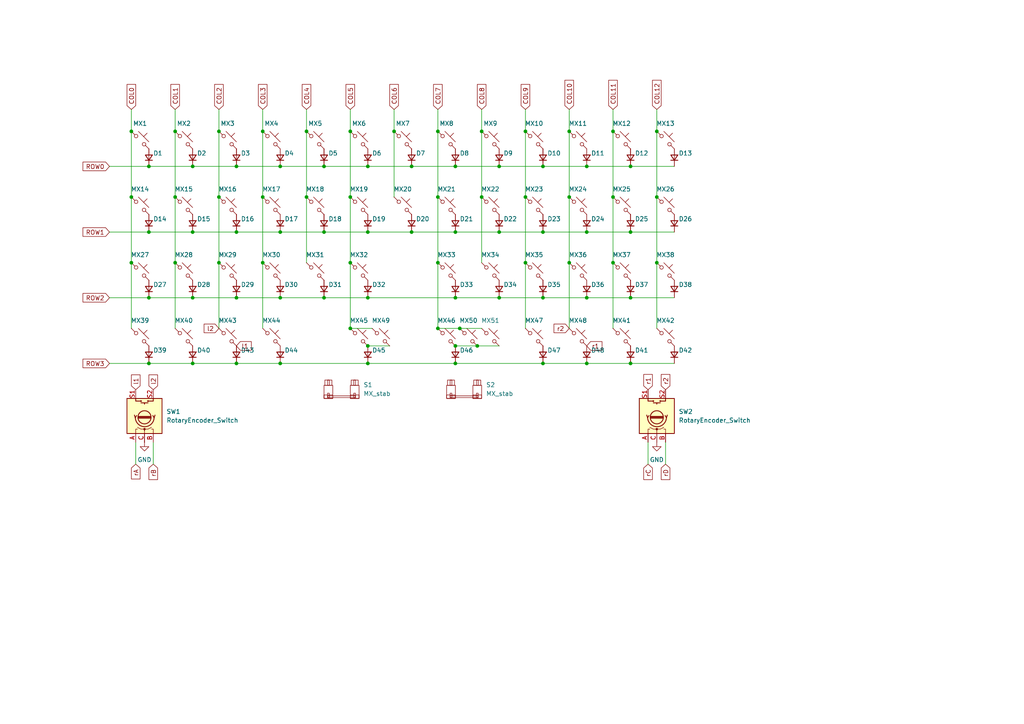
<source format=kicad_sch>
(kicad_sch (version 20231120) (generator "eeschema") (generator_version "8.0")
  (paper "A4")
  (lib_symbols
    (symbol "Device:D_Small" (pin_numbers hide) (pin_names (offset 0.254) hide)
      (property "Reference" "D" (at -1.27 2.032 0))
      (property "Value" "D_Small" (at -3.81 -2.032 0))
      (symbol "D_Small_0_1"
        (polyline (pts (xy -0.762 -1.016) (xy -0.762 1.016)) (stroke (width 0.254)))
        (polyline (pts (xy -0.762 0) (xy 0.762 0)))
        (polyline (pts (xy 0.762 -1.016) (xy -0.762 0) (xy 0.762 1.016) (xy 0.762 -1.016)) (stroke (width 0.254)))
      )
      (symbol "D_Small_1_1"
        (pin passive line (at -2.54 0 0) (length 1.778) (name "K") (number "1"))
        (pin passive line (at 2.54 0 180) (length 1.778) (name "A") (number "2"))
      )
    )
    (symbol "Device:RotaryEncoder_Switch" (pin_names (offset 0.254) hide)
      (property "Reference" "SW" (at 0 6.604 0))
      (property "Value" "RotaryEncoder_Switch" (at 0 -6.604 0))
      (symbol "RotaryEncoder_Switch_0_1"
        (rectangle (start -5.08 5.08) (end 5.08 -5.08) (stroke (width 0.254)) (fill (type background)))
        (circle (center -3.81 0) (radius 0.254) (fill (type outline)))
        (circle (center -0.381 0) (radius 1.905) (stroke (width 0.254)))
        (arc (start -0.381 2.667) (mid -3.0988 -0.0635) (end -0.381 -2.794) (stroke (width 0.254)))
        (polyline (pts (xy -0.635 -1.778) (xy -0.635 1.778)) (stroke (width 0.254)))
        (polyline (pts (xy -0.381 -1.778) (xy -0.381 1.778)) (stroke (width 0.254)))
        (polyline (pts (xy -0.127 1.778) (xy -0.127 -1.778)) (stroke (width 0.254)))
        (polyline (pts (xy 3.81 0) (xy 3.429 0)) (stroke (width 0.254)))
        (polyline (pts (xy 3.81 1.016) (xy 3.81 -1.016)) (stroke (width 0.254)))
        (polyline (pts (xy -5.08 -2.54) (xy -3.81 -2.54) (xy -3.81 -2.032)))
        (polyline (pts (xy -5.08 2.54) (xy -3.81 2.54) (xy -3.81 2.032)))
        (polyline (pts (xy 0.254 -3.048) (xy -0.508 -2.794) (xy 0.127 -2.413)) (stroke (width 0.254)))
        (polyline (pts (xy 0.254 2.921) (xy -0.508 2.667) (xy 0.127 2.286)) (stroke (width 0.254)))
        (polyline (pts (xy 5.08 -2.54) (xy 4.318 -2.54) (xy 4.318 -1.016)) (stroke (width 0.254)))
        (polyline (pts (xy 5.08 2.54) (xy 4.318 2.54) (xy 4.318 1.016)) (stroke (width 0.254)))
        (polyline (pts (xy -5.08 0) (xy -3.81 0) (xy -3.81 -1.016) (xy -3.302 -2.032)))
        (polyline (pts (xy -4.318 0) (xy -3.81 0) (xy -3.81 1.016) (xy -3.302 2.032)))
        (circle (center 4.318 -1.016) (radius 0.127) (stroke (width 0.254)))
        (circle (center 4.318 1.016) (radius 0.127) (stroke (width 0.254)))
      )
      (symbol "RotaryEncoder_Switch_1_1"
        (pin passive line (at -7.62 2.54 0) (length 2.54) (name "A") (number "A"))
        (pin passive line (at -7.62 -2.54 0) (length 2.54) (name "B") (number "B"))
        (pin passive line (at -7.62 0 0) (length 2.54) (name "C") (number "C"))
        (pin passive line (at 7.62 2.54 180) (length 2.54) (name "S1") (number "S1"))
        (pin passive line (at 7.62 -2.54 180) (length 2.54) (name "S2") (number "S2"))
      )
    )
    (symbol "PCM_marbastlib-mx:MX_SW_solder" (pin_numbers hide) (pin_names (offset 1.016) hide)
      (property "Reference" "MX" (at 3.048 1.016 0))
      (property "Value" "MX_SW_solder" (at 0 -3.81 0))
      (symbol "MX_SW_solder_0_1"
        (circle (center -1.1684 1.1684) (radius 0.508))
        (polyline (pts (xy -0.508 2.54) (xy 2.54 -0.508)))
        (polyline (pts (xy 1.016 1.016) (xy 2.032 2.032)))
        (polyline (pts (xy -2.54 2.54) (xy -1.524 1.524) (xy -1.524 1.524)))
        (polyline (pts (xy 1.524 -1.524) (xy 2.54 -2.54) (xy 2.54 -2.54) (xy 2.54 -2.54)))
        (circle (center 1.143 -1.1938) (radius 0.508))
        (pin passive line (at -2.54 2.54 0) (length 0) (name "1") (number "1"))
        (pin passive line (at 2.54 -2.54 180) (length 0) (name "2") (number "2"))
      )
    )
    (symbol "PCM_marbastlib-mx:MX_stab" (pin_names (offset 1.016))
      (property "Reference" "S" (at -5.08 6.35 0))
      (property "Value" "MX_stab" (at -5.08 3.81 0))
      (symbol "MX_stab_0_1"
        (rectangle (start -5.08 -1.524) (end -2.54 -2.54))
        (rectangle (start -5.08 1.27) (end -2.54 -2.54))
        (rectangle (start -4.826 2.794) (end -2.794 1.27))
        (rectangle (start -4.064 -2.286) (end -3.556 -1.016))
        (rectangle (start -4.064 -1.778) (end 4.064 -2.286))
        (rectangle (start -4.064 1.27) (end -3.556 2.794))
        (rectangle (start 2.54 -1.524) (end 5.08 -2.54))
        (rectangle (start 2.54 1.27) (end 5.08 -2.54))
        (rectangle (start 2.794 2.794) (end 4.826 1.27))
        (rectangle (start 3.556 1.27) (end 4.064 2.794))
        (rectangle (start 4.064 -2.286) (end 3.556 -1.016))
      )
    )
    (symbol "power:GND" (power) (pin_numbers hide) (pin_names (offset 0) hide)
      (property "Value" "GND" (at 0 -3.81 0))
      (symbol "GND_0_1"
        (polyline (pts (xy 0 0) (xy 0 -1.27) (xy 1.27 -1.27) (xy 0 -2.54) (xy -1.27 -1.27) (xy 0 -1.27)))
      )
      (symbol "GND_1_1"
        (pin power_in line (at 0 0 270) (length 0) (name "~") (number "1"))
      )
    )
  )
  (junction (at 132.08 67.31))
  (junction (at 50.8 76.2))
  (junction (at 68.58 86.36))
  (junction (at 106.68 67.31))
  (junction (at 119.38 67.31))
  (junction (at 152.4 76.2))
  (junction (at 106.68 100.33))
  (junction (at 182.88 67.31))
  (junction (at 127 95.25))
  (junction (at 170.18 86.36))
  (junction (at 133.35 95.25))
  (junction (at 81.28 86.36))
  (junction (at 76.2 76.2))
  (junction (at 93.98 86.36))
  (junction (at 63.5 57.15))
  (junction (at 63.5 38.1))
  (junction (at 190.5 38.1))
  (junction (at 139.7 57.15))
  (junction (at 68.58 105.41))
  (junction (at 76.2 57.15))
  (junction (at 177.8 76.2))
  (junction (at 93.98 48.26))
  (junction (at 38.1 76.2))
  (junction (at 38.1 38.1))
  (junction (at 55.88 67.31))
  (junction (at 190.5 57.15))
  (junction (at 138.43 100.33))
  (junction (at 101.6 95.25))
  (junction (at 132.08 105.41))
  (junction (at 50.8 38.1))
  (junction (at 38.1 57.15))
  (junction (at 177.8 38.1))
  (junction (at 93.98 67.31))
  (junction (at 81.28 105.41))
  (junction (at 50.8 57.15))
  (junction (at 170.18 105.41))
  (junction (at 43.18 105.41))
  (junction (at 132.08 48.26))
  (junction (at 170.18 67.31))
  (junction (at 119.38 48.26))
  (junction (at 55.88 48.26))
  (junction (at 157.48 105.41))
  (junction (at 157.48 86.36))
  (junction (at 101.6 76.2))
  (junction (at 114.3 38.1))
  (junction (at 190.5 76.2))
  (junction (at 127 57.15))
  (junction (at 170.18 48.26))
  (junction (at 88.9 57.15))
  (junction (at 68.58 48.26))
  (junction (at 63.5 76.2))
  (junction (at 165.1 76.2))
  (junction (at 127 38.1))
  (junction (at 55.88 105.41))
  (junction (at 132.08 86.36))
  (junction (at 81.28 48.26))
  (junction (at 152.4 38.1))
  (junction (at 76.2 38.1))
  (junction (at 106.68 48.26))
  (junction (at 157.48 48.26))
  (junction (at 182.88 86.36))
  (junction (at 182.88 48.26))
  (junction (at 144.78 48.26))
  (junction (at 88.9 38.1))
  (junction (at 43.18 86.36))
  (junction (at 157.48 67.31))
  (junction (at 81.28 67.31))
  (junction (at 101.6 57.15))
  (junction (at 101.6 38.1))
  (junction (at 132.08 100.33))
  (junction (at 182.88 105.41))
  (junction (at 144.78 67.31))
  (junction (at 43.18 67.31))
  (junction (at 177.8 57.15))
  (junction (at 139.7 38.1))
  (junction (at 55.88 86.36))
  (junction (at 68.58 67.31))
  (junction (at 43.18 48.26))
  (junction (at 127 76.2))
  (junction (at 165.1 38.1))
  (junction (at 144.78 86.36))
  (junction (at 152.4 57.15))
  (junction (at 165.1 57.15))
  (junction (at 106.68 86.36))
  (junction (at 106.68 105.41))
  (wire (pts (xy 157.48 48.26) (xy 170.18 48.26)))
  (wire (pts (xy 93.98 86.36) (xy 106.68 86.36)))
  (wire (pts (xy 44.45 134.62) (xy 44.45 128.27)))
  (wire (pts (xy 193.04 134.62) (xy 193.04 128.27)))
  (wire (pts (xy 55.88 48.26) (xy 68.58 48.26)))
  (wire (pts (xy 182.88 86.36) (xy 195.58 86.36)))
  (wire (pts (xy 38.1 57.15) (xy 38.1 76.2)))
  (wire (pts (xy 119.38 48.26) (xy 132.08 48.26)))
  (wire (pts (xy 190.5 76.2) (xy 190.5 95.25)))
  (wire (pts (xy 68.58 86.36) (xy 81.28 86.36)))
  (wire (pts (xy 31.75 105.41) (xy 43.18 105.41)))
  (wire (pts (xy 38.1 38.1) (xy 38.1 57.15)))
  (wire (pts (xy 88.9 31.75) (xy 88.9 38.1)))
  (wire (pts (xy 177.8 38.1) (xy 177.8 57.15)))
  (wire (pts (xy 165.1 76.2) (xy 165.1 95.25)))
  (wire (pts (xy 76.2 31.75) (xy 76.2 38.1)))
  (wire (pts (xy 88.9 57.15) (xy 88.9 76.2)))
  (wire (pts (xy 55.88 105.41) (xy 68.58 105.41)))
  (wire (pts (xy 119.38 67.31) (xy 132.08 67.31)))
  (wire (pts (xy 132.08 86.36) (xy 144.78 86.36)))
  (wire (pts (xy 81.28 48.26) (xy 93.98 48.26)))
  (wire (pts (xy 170.18 48.26) (xy 182.88 48.26)))
  (wire (pts (xy 68.58 67.31) (xy 81.28 67.31)))
  (wire (pts (xy 165.1 57.15) (xy 165.1 76.2)))
  (wire (pts (xy 127 57.15) (xy 127 76.2)))
  (wire (pts (xy 106.68 86.36) (xy 132.08 86.36)))
  (wire (pts (xy 133.35 95.25) (xy 139.7 95.25)))
  (wire (pts (xy 182.88 48.26) (xy 195.58 48.26)))
  (wire (pts (xy 76.2 38.1) (xy 76.2 57.15)))
  (wire (pts (xy 88.9 38.1) (xy 88.9 57.15)))
  (wire (pts (xy 31.75 67.31) (xy 43.18 67.31)))
  (wire (pts (xy 81.28 86.36) (xy 93.98 86.36)))
  (wire (pts (xy 43.18 48.26) (xy 55.88 48.26)))
  (wire (pts (xy 39.37 134.62) (xy 39.37 128.27)))
  (wire (pts (xy 106.68 67.31) (xy 119.38 67.31)))
  (wire (pts (xy 101.6 95.25) (xy 107.95 95.25)))
  (wire (pts (xy 50.8 38.1) (xy 50.8 57.15)))
  (wire (pts (xy 31.75 48.26) (xy 43.18 48.26)))
  (wire (pts (xy 127 95.25) (xy 133.35 95.25)))
  (wire (pts (xy 114.3 31.75) (xy 114.3 38.1)))
  (wire (pts (xy 177.8 31.75) (xy 177.8 38.1)))
  (wire (pts (xy 43.18 67.31) (xy 55.88 67.31)))
  (wire (pts (xy 101.6 76.2) (xy 101.6 95.25)))
  (wire (pts (xy 114.3 38.1) (xy 114.3 57.15)))
  (wire (pts (xy 101.6 31.75) (xy 101.6 38.1)))
  (wire (pts (xy 139.7 57.15) (xy 139.7 76.2)))
  (wire (pts (xy 165.1 31.75) (xy 165.1 38.1)))
  (wire (pts (xy 144.78 86.36) (xy 157.48 86.36)))
  (wire (pts (xy 81.28 67.31) (xy 93.98 67.31)))
  (wire (pts (xy 38.1 76.2) (xy 38.1 95.25)))
  (wire (pts (xy 63.5 57.15) (xy 63.5 76.2)))
  (wire (pts (xy 157.48 86.36) (xy 170.18 86.36)))
  (wire (pts (xy 63.5 76.2) (xy 63.5 95.25)))
  (wire (pts (xy 106.68 48.26) (xy 119.38 48.26)))
  (wire (pts (xy 63.5 38.1) (xy 63.5 57.15)))
  (wire (pts (xy 76.2 57.15) (xy 76.2 76.2)))
  (wire (pts (xy 63.5 31.75) (xy 63.5 38.1)))
  (wire (pts (xy 187.96 134.62) (xy 187.96 128.27)))
  (wire (pts (xy 132.08 48.26) (xy 144.78 48.26)))
  (wire (pts (xy 165.1 38.1) (xy 165.1 57.15)))
  (wire (pts (xy 152.4 31.75) (xy 152.4 38.1)))
  (wire (pts (xy 139.7 38.1) (xy 139.7 57.15)))
  (wire (pts (xy 177.8 57.15) (xy 177.8 76.2)))
  (wire (pts (xy 170.18 105.41) (xy 182.88 105.41)))
  (wire (pts (xy 132.08 100.33) (xy 138.43 100.33)))
  (wire (pts (xy 43.18 86.36) (xy 55.88 86.36)))
  (wire (pts (xy 157.48 105.41) (xy 170.18 105.41)))
  (wire (pts (xy 138.43 100.33) (xy 144.78 100.33)))
  (wire (pts (xy 38.1 31.75) (xy 38.1 38.1)))
  (wire (pts (xy 152.4 38.1) (xy 152.4 57.15)))
  (wire (pts (xy 127 38.1) (xy 127 57.15)))
  (wire (pts (xy 190.5 38.1) (xy 190.5 57.15)))
  (wire (pts (xy 132.08 67.31) (xy 144.78 67.31)))
  (wire (pts (xy 157.48 67.31) (xy 170.18 67.31)))
  (wire (pts (xy 93.98 67.31) (xy 106.68 67.31)))
  (wire (pts (xy 127 76.2) (xy 127 95.25)))
  (wire (pts (xy 132.08 105.41) (xy 157.48 105.41)))
  (wire (pts (xy 68.58 105.41) (xy 81.28 105.41)))
  (wire (pts (xy 152.4 57.15) (xy 152.4 76.2)))
  (wire (pts (xy 106.68 105.41) (xy 132.08 105.41)))
  (wire (pts (xy 43.18 105.41) (xy 55.88 105.41)))
  (wire (pts (xy 190.5 31.75) (xy 190.5 38.1)))
  (wire (pts (xy 190.5 57.15) (xy 190.5 76.2)))
  (wire (pts (xy 152.4 76.2) (xy 152.4 95.25)))
  (wire (pts (xy 55.88 86.36) (xy 68.58 86.36)))
  (wire (pts (xy 101.6 57.15) (xy 101.6 76.2)))
  (wire (pts (xy 127 31.75) (xy 127 38.1)))
  (wire (pts (xy 144.78 48.26) (xy 157.48 48.26)))
  (wire (pts (xy 144.78 67.31) (xy 157.48 67.31)))
  (wire (pts (xy 106.68 100.33) (xy 113.03 100.33)))
  (wire (pts (xy 182.88 67.31) (xy 195.58 67.31)))
  (wire (pts (xy 31.75 86.36) (xy 43.18 86.36)))
  (wire (pts (xy 55.88 67.31) (xy 68.58 67.31)))
  (wire (pts (xy 170.18 67.31) (xy 182.88 67.31)))
  (wire (pts (xy 101.6 38.1) (xy 101.6 57.15)))
  (wire (pts (xy 50.8 76.2) (xy 50.8 95.25)))
  (wire (pts (xy 182.88 105.41) (xy 195.58 105.41)))
  (wire (pts (xy 76.2 76.2) (xy 76.2 95.25)))
  (wire (pts (xy 170.18 86.36) (xy 182.88 86.36)))
  (wire (pts (xy 68.58 48.26) (xy 81.28 48.26)))
  (wire (pts (xy 50.8 57.15) (xy 50.8 76.2)))
  (wire (pts (xy 81.28 105.41) (xy 106.68 105.41)))
  (wire (pts (xy 139.7 31.75) (xy 139.7 38.1)))
  (wire (pts (xy 177.8 76.2) (xy 177.8 95.25)))
  (wire (pts (xy 93.98 48.26) (xy 106.68 48.26)))
  (wire (pts (xy 50.8 31.75) (xy 50.8 38.1)))
  (global_label "l2" (shape input) (at 44.45 113.03 90) (property "Intersheetrefs" "${INTERSHEET_REFS}" (effects (hide yes))))
  (global_label "ROW0" (shape input) (at 31.75 48.26 180) (property "Intersheetrefs" "${INTERSHEET_REFS}" (effects (hide yes))))
  (global_label "rD" (shape input) (at 193.04 134.62 270) (property "Intersheetrefs" "${INTERSHEET_REFS}" (effects (hide yes))))
  (global_label "COL9" (shape input) (at 152.4 31.75 90) (property "Intersheetrefs" "${INTERSHEET_REFS}" (effects (hide yes))))
  (global_label "l1" (shape input) (at 39.37 113.03 90) (property "Intersheetrefs" "${INTERSHEET_REFS}" (effects (hide yes))))
  (global_label "COL6" (shape input) (at 114.3 31.75 90) (property "Intersheetrefs" "${INTERSHEET_REFS}" (effects (hide yes))))
  (global_label "COL10" (shape input) (at 165.1 31.75 90) (property "Intersheetrefs" "${INTERSHEET_REFS}" (effects (hide yes))))
  (global_label "COL11" (shape input) (at 177.8 31.75 90) (property "Intersheetrefs" "${INTERSHEET_REFS}" (effects (hide yes))))
  (global_label "COL1" (shape input) (at 50.8 31.75 90) (property "Intersheetrefs" "${INTERSHEET_REFS}" (effects (hide yes))))
  (global_label "COL5" (shape input) (at 101.6 31.75 90) (property "Intersheetrefs" "${INTERSHEET_REFS}" (effects (hide yes))))
  (global_label "COL4" (shape input) (at 88.9 31.75 90) (property "Intersheetrefs" "${INTERSHEET_REFS}" (effects (hide yes))))
  (global_label "r1" (shape input) (at 187.96 113.03 90) (property "Intersheetrefs" "${INTERSHEET_REFS}" (effects (hide yes))))
  (global_label "rA" (shape input) (at 39.37 134.62 270) (property "Intersheetrefs" "${INTERSHEET_REFS}" (effects (hide yes))))
  (global_label "ROW3" (shape input) (at 31.75 105.41 180) (property "Intersheetrefs" "${INTERSHEET_REFS}" (effects (hide yes))))
  (global_label "COL3" (shape input) (at 76.2 31.75 90) (property "Intersheetrefs" "${INTERSHEET_REFS}" (effects (hide yes))))
  (global_label "ROW2" (shape input) (at 31.75 86.36 180) (property "Intersheetrefs" "${INTERSHEET_REFS}" (effects (hide yes))))
  (global_label "ROW1" (shape input) (at 31.75 67.31 180) (property "Intersheetrefs" "${INTERSHEET_REFS}" (effects (hide yes))))
  (global_label "r1" (shape input) (at 170.18 100.33 0) (property "Intersheetrefs" "${INTERSHEET_REFS}" (effects (hide yes))))
  (global_label "COL12" (shape input) (at 190.5 31.75 90) (property "Intersheetrefs" "${INTERSHEET_REFS}" (effects (hide yes))))
  (global_label "r2" (shape input) (at 193.04 113.03 90) (property "Intersheetrefs" "${INTERSHEET_REFS}" (effects (hide yes))))
  (global_label "r2" (shape input) (at 165.1 95.25 180) (property "Intersheetrefs" "${INTERSHEET_REFS}" (effects (hide yes))))
  (global_label "COL7" (shape input) (at 127 31.75 90) (property "Intersheetrefs" "${INTERSHEET_REFS}" (effects (hide yes))))
  (global_label "COL2" (shape input) (at 63.5 31.75 90) (property "Intersheetrefs" "${INTERSHEET_REFS}" (effects (hide yes))))
  (global_label "rC" (shape input) (at 187.96 134.62 270) (property "Intersheetrefs" "${INTERSHEET_REFS}" (effects (hide yes))))
  (global_label "l1" (shape input) (at 68.58 100.33 0) (property "Intersheetrefs" "${INTERSHEET_REFS}" (effects (hide yes))))
  (global_label "COL0" (shape input) (at 38.1 31.75 90) (property "Intersheetrefs" "${INTERSHEET_REFS}" (effects (hide yes))))
  (global_label "rB" (shape input) (at 44.45 134.62 270) (property "Intersheetrefs" "${INTERSHEET_REFS}" (effects (hide yes))))
  (global_label "COL8" (shape input) (at 139.7 31.75 90) (property "Intersheetrefs" "${INTERSHEET_REFS}" (effects (hide yes))))
  (global_label "l2" (shape input) (at 63.5 95.25 180) (property "Intersheetrefs" "${INTERSHEET_REFS}" (effects (hide yes))))
  (symbol (lib_id "PCM_marbastlib-mx:MX_SW_solder") (at 78.74 78.74 0) (unit 1)
    (property "Reference" "MX30" (at 78.74 73.914 0))
    (property "Value" "MX_SW_solder" (effects (hide yes)))
    (property "Footprint" "PCM_marbastlib-mx:SW_MX_1u" (effects (hide yes)))
    (property "Description" "Push button switch, normally open, two pins, 45° tilted" (effects (hide yes)))
  )
  (symbol (lib_id "Device:D_Small") (at 144.78 45.72 90) (unit 1)
    (property "Reference" "D9" (at 146.05 44.45 90) (effects (justify right)))
    (property "Value" "D_Small" (effects (hide yes)))
    (property "Footprint" "Diode_SMD:D_SOD-123F" (effects (hide yes)))
    (property "Description" "Diode, small symbol" (effects (hide yes)))
    (property "Sim.Device" "D" (effects (hide yes)))
    (property "Sim.Pins" "1=K 2=A" (effects (hide yes)))
  )
  (symbol (lib_id "PCM_marbastlib-mx:MX_SW_solder") (at 167.64 78.74 0) (unit 1)
    (property "Reference" "MX36" (at 167.64 73.914 0))
    (property "Value" "MX_SW_solder" (effects (hide yes)))
    (property "Footprint" "PCM_marbastlib-mx:SW_MX_1u" (effects (hide yes)))
    (property "Description" "Push button switch, normally open, two pins, 45° tilted" (effects (hide yes)))
  )
  (symbol (lib_id "PCM_marbastlib-mx:MX_SW_solder") (at 66.04 40.64 0) (unit 1)
    (property "Reference" "MX3" (at 66.04 35.814 0))
    (property "Value" "MX_SW_solder" (effects (hide yes)))
    (property "Footprint" "PCM_marbastlib-mx:SW_MX_1u" (effects (hide yes)))
    (property "Description" "Push button switch, normally open, two pins, 45° tilted" (effects (hide yes)))
  )
  (symbol (lib_id "PCM_marbastlib-mx:MX_SW_solder") (at 91.44 59.69 0) (unit 1)
    (property "Reference" "MX18" (at 91.44 54.864 0))
    (property "Value" "MX_SW_solder" (effects (hide yes)))
    (property "Footprint" "PCM_marbastlib-mx:SW_MX_1u" (effects (hide yes)))
    (property "Description" "Push button switch, normally open, two pins, 45° tilted" (effects (hide yes)))
  )
  (symbol (lib_id "PCM_marbastlib-mx:MX_SW_solder") (at 154.94 78.74 0) (unit 1)
    (property "Reference" "MX35" (at 154.94 73.914 0))
    (property "Value" "MX_SW_solder" (effects (hide yes)))
    (property "Footprint" "PCM_marbastlib-mx:SW_MX_1u" (effects (hide yes)))
    (property "Description" "Push button switch, normally open, two pins, 45° tilted" (effects (hide yes)))
  )
  (symbol (lib_id "Device:D_Small") (at 144.78 64.77 90) (unit 1)
    (property "Reference" "D22" (at 146.05 63.5 90) (effects (justify right)))
    (property "Value" "D_Small" (effects (hide yes)))
    (property "Footprint" "Diode_SMD:D_SOD-123F" (effects (hide yes)))
    (property "Description" "Diode, small symbol" (effects (hide yes)))
    (property "Sim.Device" "D" (effects (hide yes)))
    (property "Sim.Pins" "1=K 2=A" (effects (hide yes)))
  )
  (symbol (lib_id "Device:D_Small") (at 55.88 83.82 90) (unit 1)
    (property "Reference" "D28" (at 57.15 82.55 90) (effects (justify right)))
    (property "Value" "D_Small" (effects (hide yes)))
    (property "Footprint" "Diode_SMD:D_SOD-123F" (effects (hide yes)))
    (property "Description" "Diode, small symbol" (effects (hide yes)))
    (property "Sim.Device" "D" (effects (hide yes)))
    (property "Sim.Pins" "1=K 2=A" (effects (hide yes)))
  )
  (symbol (lib_id "PCM_marbastlib-mx:MX_SW_solder") (at 129.54 59.69 0) (unit 1)
    (property "Reference" "MX21" (at 129.54 54.864 0))
    (property "Value" "MX_SW_solder" (effects (hide yes)))
    (property "Footprint" "PCM_marbastlib-mx:SW_MX_1u" (effects (hide yes)))
    (property "Description" "Push button switch, normally open, two pins, 45° tilted" (effects (hide yes)))
  )
  (symbol (lib_id "PCM_marbastlib-mx:MX_SW_solder") (at 142.24 40.64 0) (unit 1)
    (property "Reference" "MX9" (at 142.24 35.814 0))
    (property "Value" "MX_SW_solder" (effects (hide yes)))
    (property "Footprint" "PCM_marbastlib-mx:SW_MX_1u" (effects (hide yes)))
    (property "Description" "Push button switch, normally open, two pins, 45° tilted" (effects (hide yes)))
  )
  (symbol (lib_id "PCM_marbastlib-mx:MX_SW_solder") (at 104.14 59.69 0) (unit 1)
    (property "Reference" "MX19" (at 104.14 54.864 0))
    (property "Value" "MX_SW_solder" (effects (hide yes)))
    (property "Footprint" "PCM_marbastlib-mx:SW_MX_1u" (effects (hide yes)))
    (property "Description" "Push button switch, normally open, two pins, 45° tilted" (effects (hide yes)))
  )
  (symbol (lib_id "PCM_marbastlib-mx:MX_SW_solder") (at 193.04 97.79 0) (unit 1)
    (property "Reference" "MX42" (at 193.04 92.964 0))
    (property "Value" "MX_SW_solder" (effects (hide yes)))
    (property "Footprint" "PCM_marbastlib-mx:SW_MX_1u" (effects (hide yes)))
    (property "Description" "Push button switch, normally open, two pins, 45° tilted" (effects (hide yes)))
  )
  (symbol (lib_id "PCM_marbastlib-mx:MX_SW_solder") (at 142.24 97.79 0) (unit 1)
    (property "Reference" "MX51" (at 142.24 92.964 0))
    (property "Value" "MX_SW_solder" (effects (hide yes)))
    (property "Footprint" "PCM_marbastlib-mx:SW_MX_1u" (effects (hide yes)))
    (property "Description" "Push button switch, normally open, two pins, 45° tilted" (effects (hide yes)))
  )
  (symbol (lib_id "Device:D_Small") (at 93.98 83.82 90) (unit 1)
    (property "Reference" "D31" (at 95.25 82.55 90) (effects (justify right)))
    (property "Value" "D_Small" (effects (hide yes)))
    (property "Footprint" "Diode_SMD:D_SOD-123F" (effects (hide yes)))
    (property "Description" "Diode, small symbol" (effects (hide yes)))
    (property "Sim.Device" "D" (effects (hide yes)))
    (property "Sim.Pins" "1=K 2=A" (effects (hide yes)))
  )
  (symbol (lib_id "Device:D_Small") (at 170.18 83.82 90) (unit 1)
    (property "Reference" "D36" (at 171.45 82.55 90) (effects (justify right)))
    (property "Value" "D_Small" (effects (hide yes)))
    (property "Footprint" "Diode_SMD:D_SOD-123F" (effects (hide yes)))
    (property "Description" "Diode, small symbol" (effects (hide yes)))
    (property "Sim.Device" "D" (effects (hide yes)))
    (property "Sim.Pins" "1=K 2=A" (effects (hide yes)))
  )
  (symbol (lib_id "PCM_marbastlib-mx:MX_SW_solder") (at 40.64 40.64 0) (unit 1)
    (property "Reference" "MX1" (at 40.64 35.814 0))
    (property "Value" "MX_SW_solder" (effects (hide yes)))
    (property "Footprint" "PCM_marbastlib-mx:SW_MX_1u" (effects (hide yes)))
    (property "Description" "Push button switch, normally open, two pins, 45° tilted" (effects (hide yes)))
  )
  (symbol (lib_id "Device:D_Small") (at 132.08 83.82 90) (unit 1)
    (property "Reference" "D33" (at 133.35 82.55 90) (effects (justify right)))
    (property "Value" "D_Small" (effects (hide yes)))
    (property "Footprint" "Diode_SMD:D_SOD-123F" (effects (hide yes)))
    (property "Description" "Diode, small symbol" (effects (hide yes)))
    (property "Sim.Device" "D" (effects (hide yes)))
    (property "Sim.Pins" "1=K 2=A" (effects (hide yes)))
  )
  (symbol (lib_id "PCM_marbastlib-mx:MX_SW_solder") (at 116.84 59.69 0) (unit 1)
    (property "Reference" "MX20" (at 116.84 54.864 0))
    (property "Value" "MX_SW_solder" (effects (hide yes)))
    (property "Footprint" "PCM_marbastlib-mx:SW_MX_1u" (effects (hide yes)))
    (property "Description" "Push button switch, normally open, two pins, 45° tilted" (effects (hide yes)))
  )
  (symbol (lib_id "Device:D_Small") (at 43.18 64.77 90) (unit 1)
    (property "Reference" "D14" (at 44.45 63.5 90) (effects (justify right)))
    (property "Value" "D_Small" (effects (hide yes)))
    (property "Footprint" "Diode_SMD:D_SOD-123F" (effects (hide yes)))
    (property "Description" "Diode, small symbol" (effects (hide yes)))
    (property "Sim.Device" "D" (effects (hide yes)))
    (property "Sim.Pins" "1=K 2=A" (effects (hide yes)))
  )
  (symbol (lib_id "Device:D_Small") (at 132.08 45.72 90) (unit 1)
    (property "Reference" "D8" (at 133.35 44.45 90) (effects (justify right)))
    (property "Value" "D_Small" (effects (hide yes)))
    (property "Footprint" "Diode_SMD:D_SOD-123F" (effects (hide yes)))
    (property "Description" "Diode, small symbol" (effects (hide yes)))
    (property "Sim.Device" "D" (effects (hide yes)))
    (property "Sim.Pins" "1=K 2=A" (effects (hide yes)))
  )
  (symbol (lib_id "PCM_marbastlib-mx:MX_stab") (at 134.62 113.03 0) (unit 1)
    (property "Reference" "S2" (at 140.97 111.6329 0) (effects (justify left)))
    (property "Value" "MX_stab" (at 140.97 114.1729 0) (effects (justify left)))
    (property "Footprint" "PCM_marbastlib-mx:STAB_MX_P_3u" (effects (hide yes)))
    (property "Description" "Cherry MX-style stabilizer" (effects (hide yes)))
  )
  (symbol (lib_id "Device:D_Small") (at 81.28 64.77 90) (unit 1)
    (property "Reference" "D17" (at 82.55 63.5 90) (effects (justify right)))
    (property "Value" "D_Small" (effects (hide yes)))
    (property "Footprint" "Diode_SMD:D_SOD-123F" (effects (hide yes)))
    (property "Description" "Diode, small symbol" (effects (hide yes)))
    (property "Sim.Device" "D" (effects (hide yes)))
    (property "Sim.Pins" "1=K 2=A" (effects (hide yes)))
  )
  (symbol (lib_id "Device:D_Small") (at 170.18 45.72 90) (unit 1)
    (property "Reference" "D11" (at 171.45 44.45 90) (effects (justify right)))
    (property "Value" "D_Small" (effects (hide yes)))
    (property "Footprint" "Diode_SMD:D_SOD-123F" (effects (hide yes)))
    (property "Description" "Diode, small symbol" (effects (hide yes)))
    (property "Sim.Device" "D" (effects (hide yes)))
    (property "Sim.Pins" "1=K 2=A" (effects (hide yes)))
  )
  (symbol (lib_id "PCM_marbastlib-mx:MX_SW_solder") (at 78.74 40.64 0) (unit 1)
    (property "Reference" "MX4" (at 78.74 35.814 0))
    (property "Value" "MX_SW_solder" (effects (hide yes)))
    (property "Footprint" "PCM_marbastlib-mx:SW_MX_1u" (effects (hide yes)))
    (property "Description" "Push button switch, normally open, two pins, 45° tilted" (effects (hide yes)))
  )
  (symbol (lib_id "Device:D_Small") (at 182.88 45.72 90) (unit 1)
    (property "Reference" "D12" (at 184.15 44.45 90) (effects (justify right)))
    (property "Value" "D_Small" (effects (hide yes)))
    (property "Footprint" "Diode_SMD:D_SOD-123F" (effects (hide yes)))
    (property "Description" "Diode, small symbol" (effects (hide yes)))
    (property "Sim.Device" "D" (effects (hide yes)))
    (property "Sim.Pins" "1=K 2=A" (effects (hide yes)))
  )
  (symbol (lib_id "PCM_marbastlib-mx:MX_SW_solder") (at 180.34 40.64 0) (unit 1)
    (property "Reference" "MX12" (at 180.34 35.814 0))
    (property "Value" "MX_SW_solder" (effects (hide yes)))
    (property "Footprint" "PCM_marbastlib-mx:SW_MX_1u" (effects (hide yes)))
    (property "Description" "Push button switch, normally open, two pins, 45° tilted" (effects (hide yes)))
  )
  (symbol (lib_id "Device:D_Small") (at 195.58 45.72 90) (unit 1)
    (property "Reference" "D13" (at 196.85 44.45 90) (effects (justify right)))
    (property "Value" "D_Small" (effects (hide yes)))
    (property "Footprint" "Diode_SMD:D_SOD-123F" (effects (hide yes)))
    (property "Description" "Diode, small symbol" (effects (hide yes)))
    (property "Sim.Device" "D" (effects (hide yes)))
    (property "Sim.Pins" "1=K 2=A" (effects (hide yes)))
  )
  (symbol (lib_id "PCM_marbastlib-mx:MX_SW_solder") (at 167.64 97.79 0) (unit 1)
    (property "Reference" "MX48" (at 167.64 92.964 0))
    (property "Value" "MX_SW_solder" (effects (hide yes)))
    (property "Footprint" "PCM_marbastlib-mx:SW_MX_1u" (effects (hide yes)))
    (property "Description" "Push button switch, normally open, two pins, 45° tilted" (effects (hide yes)))
  )
  (symbol (lib_id "PCM_marbastlib-mx:MX_SW_solder") (at 91.44 78.74 0) (unit 1)
    (property "Reference" "MX31" (at 91.44 73.914 0))
    (property "Value" "MX_SW_solder" (effects (hide yes)))
    (property "Footprint" "PCM_marbastlib-mx:SW_MX_1u" (effects (hide yes)))
    (property "Description" "Push button switch, normally open, two pins, 45° tilted" (effects (hide yes)))
  )
  (symbol (lib_id "Device:RotaryEncoder_Switch") (at 41.91 120.65 90) (unit 1)
    (property "Reference" "SW1" (at 48.26 119.3799 90) (effects (justify right)))
    (property "Value" "RotaryEncoder_Switch" (at 48.26 121.9199 90) (effects (justify right)))
    (property "Footprint" "PCM_marbastlib-various:ROT_Alps_EC11E-Switch" (effects (hide yes)))
    (property "Description" "Rotary encoder, dual channel, incremental quadrate outputs, with switch" (effects (hide yes)))
  )
  (symbol (lib_id "PCM_marbastlib-mx:MX_SW_solder") (at 167.64 40.64 0) (unit 1)
    (property "Reference" "MX11" (at 167.64 35.814 0))
    (property "Value" "MX_SW_solder" (effects (hide yes)))
    (property "Footprint" "PCM_marbastlib-mx:SW_MX_1u" (effects (hide yes)))
    (property "Description" "Push button switch, normally open, two pins, 45° tilted" (effects (hide yes)))
  )
  (symbol (lib_id "Device:D_Small") (at 81.28 45.72 90) (unit 1)
    (property "Reference" "D4" (at 82.55 44.45 90) (effects (justify right)))
    (property "Value" "D_Small" (effects (hide yes)))
    (property "Footprint" "Diode_SMD:D_SOD-123F" (effects (hide yes)))
    (property "Description" "Diode, small symbol" (effects (hide yes)))
    (property "Sim.Device" "D" (effects (hide yes)))
    (property "Sim.Pins" "1=K 2=A" (effects (hide yes)))
  )
  (symbol (lib_id "Device:D_Small") (at 68.58 102.87 90) (unit 1)
    (property "Reference" "D43" (at 69.85 101.6 90) (effects (justify right)))
    (property "Value" "D_Small" (effects (hide yes)))
    (property "Footprint" "Diode_SMD:D_SOD-123F" (effects (hide yes)))
    (property "Description" "Diode, small symbol" (effects (hide yes)))
    (property "Sim.Device" "D" (effects (hide yes)))
    (property "Sim.Pins" "1=K 2=A" (effects (hide yes)))
  )
  (symbol (lib_id "PCM_marbastlib-mx:MX_SW_solder") (at 40.64 97.79 0) (unit 1)
    (property "Reference" "MX39" (at 40.64 92.964 0))
    (property "Value" "MX_SW_solder" (effects (hide yes)))
    (property "Footprint" "PCM_marbastlib-mx:SW_MX_1u" (effects (hide yes)))
    (property "Description" "Push button switch, normally open, two pins, 45° tilted" (effects (hide yes)))
  )
  (symbol (lib_id "Device:D_Small") (at 119.38 64.77 90) (unit 1)
    (property "Reference" "D20" (at 120.65 63.5 90) (effects (justify right)))
    (property "Value" "D_Small" (effects (hide yes)))
    (property "Footprint" "Diode_SMD:D_SOD-123F" (effects (hide yes)))
    (property "Description" "Diode, small symbol" (effects (hide yes)))
    (property "Sim.Device" "D" (effects (hide yes)))
    (property "Sim.Pins" "1=K 2=A" (effects (hide yes)))
  )
  (symbol (lib_id "PCM_marbastlib-mx:MX_SW_solder") (at 104.14 97.79 0) (unit 1)
    (property "Reference" "MX45" (at 104.14 92.964 0))
    (property "Value" "MX_SW_solder" (effects (hide yes)))
    (property "Footprint" "PCM_marbastlib-mx:SW_MX_1.75u" (effects (hide yes)))
    (property "Description" "Push button switch, normally open, two pins, 45° tilted" (effects (hide yes)))
  )
  (symbol (lib_id "Device:D_Small") (at 68.58 83.82 90) (unit 1)
    (property "Reference" "D29" (at 69.85 82.55 90) (effects (justify right)))
    (property "Value" "D_Small" (effects (hide yes)))
    (property "Footprint" "Diode_SMD:D_SOD-123F" (effects (hide yes)))
    (property "Description" "Diode, small symbol" (effects (hide yes)))
    (property "Sim.Device" "D" (effects (hide yes)))
    (property "Sim.Pins" "1=K 2=A" (effects (hide yes)))
  )
  (symbol (lib_id "Device:D_Small") (at 106.68 102.87 90) (unit 1)
    (property "Reference" "D45" (at 107.95 101.6 90) (effects (justify right)))
    (property "Value" "D_Small" (effects (hide yes)))
    (property "Footprint" "Diode_SMD:D_SOD-123F" (effects (hide yes)))
    (property "Description" "Diode, small symbol" (effects (hide yes)))
    (property "Sim.Device" "D" (effects (hide yes)))
    (property "Sim.Pins" "1=K 2=A" (effects (hide yes)))
  )
  (symbol (lib_id "Device:D_Small") (at 81.28 102.87 90) (unit 1)
    (property "Reference" "D44" (at 82.55 101.6 90) (effects (justify right)))
    (property "Value" "D_Small" (effects (hide yes)))
    (property "Footprint" "Diode_SMD:D_SOD-123F" (effects (hide yes)))
    (property "Description" "Diode, small symbol" (effects (hide yes)))
    (property "Sim.Device" "D" (effects (hide yes)))
    (property "Sim.Pins" "1=K 2=A" (effects (hide yes)))
  )
  (symbol (lib_id "Device:D_Small") (at 106.68 83.82 90) (unit 1)
    (property "Reference" "D32" (at 107.95 82.55 90) (effects (justify right)))
    (property "Value" "D_Small" (effects (hide yes)))
    (property "Footprint" "Diode_SMD:D_SOD-123F" (effects (hide yes)))
    (property "Description" "Diode, small symbol" (effects (hide yes)))
    (property "Sim.Device" "D" (effects (hide yes)))
    (property "Sim.Pins" "1=K 2=A" (effects (hide yes)))
  )
  (symbol (lib_id "PCM_marbastlib-mx:MX_SW_solder") (at 53.34 59.69 0) (unit 1)
    (property "Reference" "MX15" (at 53.34 54.864 0))
    (property "Value" "MX_SW_solder" (effects (hide yes)))
    (property "Footprint" "PCM_marbastlib-mx:SW_MX_1u" (effects (hide yes)))
    (property "Description" "Push button switch, normally open, two pins, 45° tilted" (effects (hide yes)))
  )
  (symbol (lib_id "power:GND") (at 190.5 128.27 0) (unit 1)
    (property "Reference" "#PWR02" (effects (hide yes)))
    (property "Value" "GND" (at 190.5 133.35 0))
    (property "Description" "Power symbol creates a global label with name \"GND\" , ground" (effects (hide yes)))
  )
  (symbol (lib_id "Device:D_Small") (at 55.88 102.87 90) (unit 1)
    (property "Reference" "D40" (at 57.15 101.6 90) (effects (justify right)))
    (property "Value" "D_Small" (effects (hide yes)))
    (property "Footprint" "Diode_SMD:D_SOD-123F" (effects (hide yes)))
    (property "Description" "Diode, small symbol" (effects (hide yes)))
    (property "Sim.Device" "D" (effects (hide yes)))
    (property "Sim.Pins" "1=K 2=A" (effects (hide yes)))
  )
  (symbol (lib_id "PCM_marbastlib-mx:MX_SW_solder") (at 104.14 40.64 0) (unit 1)
    (property "Reference" "MX6" (at 104.14 35.814 0))
    (property "Value" "MX_SW_solder" (effects (hide yes)))
    (property "Footprint" "PCM_marbastlib-mx:SW_MX_1u" (effects (hide yes)))
    (property "Description" "Push button switch, normally open, two pins, 45° tilted" (effects (hide yes)))
  )
  (symbol (lib_id "PCM_marbastlib-mx:MX_SW_solder") (at 66.04 59.69 0) (unit 1)
    (property "Reference" "MX16" (at 66.04 54.864 0))
    (property "Value" "MX_SW_solder" (effects (hide yes)))
    (property "Footprint" "PCM_marbastlib-mx:SW_MX_1u" (effects (hide yes)))
    (property "Description" "Push button switch, normally open, two pins, 45° tilted" (effects (hide yes)))
  )
  (symbol (lib_id "Device:D_Small") (at 106.68 64.77 90) (unit 1)
    (property "Reference" "D19" (at 107.95 63.5 90) (effects (justify right)))
    (property "Value" "D_Small" (effects (hide yes)))
    (property "Footprint" "Diode_SMD:D_SOD-123F" (effects (hide yes)))
    (property "Description" "Diode, small symbol" (effects (hide yes)))
    (property "Sim.Device" "D" (effects (hide yes)))
    (property "Sim.Pins" "1=K 2=A" (effects (hide yes)))
  )
  (symbol (lib_id "Device:D_Small") (at 132.08 102.87 90) (unit 1)
    (property "Reference" "D46" (at 133.35 101.6 90) (effects (justify right)))
    (property "Value" "D_Small" (effects (hide yes)))
    (property "Footprint" "Diode_SMD:D_SOD-123F" (effects (hide yes)))
    (property "Description" "Diode, small symbol" (effects (hide yes)))
    (property "Sim.Device" "D" (effects (hide yes)))
    (property "Sim.Pins" "1=K 2=A" (effects (hide yes)))
  )
  (symbol (lib_id "Device:D_Small") (at 55.88 64.77 90) (unit 1)
    (property "Reference" "D15" (at 57.15 63.5 90) (effects (justify right)))
    (property "Value" "D_Small" (effects (hide yes)))
    (property "Footprint" "Diode_SMD:D_SOD-123F" (effects (hide yes)))
    (property "Description" "Diode, small symbol" (effects (hide yes)))
    (property "Sim.Device" "D" (effects (hide yes)))
    (property "Sim.Pins" "1=K 2=A" (effects (hide yes)))
  )
  (symbol (lib_id "Device:D_Small") (at 43.18 45.72 90) (unit 1)
    (property "Reference" "D1" (at 44.45 44.45 90) (effects (justify right)))
    (property "Value" "D_Small" (effects (hide yes)))
    (property "Footprint" "Diode_SMD:D_SOD-123F" (effects (hide yes)))
    (property "Description" "Diode, small symbol" (effects (hide yes)))
    (property "Sim.Device" "D" (effects (hide yes)))
    (property "Sim.Pins" "1=K 2=A" (effects (hide yes)))
  )
  (symbol (lib_id "PCM_marbastlib-mx:MX_SW_solder") (at 53.34 40.64 0) (unit 1)
    (property "Reference" "MX2" (at 53.34 35.814 0))
    (property "Value" "MX_SW_solder" (effects (hide yes)))
    (property "Footprint" "PCM_marbastlib-mx:SW_MX_1u" (effects (hide yes)))
    (property "Description" "Push button switch, normally open, two pins, 45° tilted" (effects (hide yes)))
  )
  (symbol (lib_id "PCM_marbastlib-mx:MX_SW_solder") (at 78.74 59.69 0) (unit 1)
    (property "Reference" "MX17" (at 78.74 54.864 0))
    (property "Value" "MX_SW_solder" (effects (hide yes)))
    (property "Footprint" "PCM_marbastlib-mx:SW_MX_1u" (effects (hide yes)))
    (property "Description" "Push button switch, normally open, two pins, 45° tilted" (effects (hide yes)))
  )
  (symbol (lib_id "PCM_marbastlib-mx:MX_SW_solder") (at 193.04 78.74 0) (unit 1)
    (property "Reference" "MX38" (at 193.04 73.914 0))
    (property "Value" "MX_SW_solder" (effects (hide yes)))
    (property "Footprint" "PCM_marbastlib-mx:SW_MX_1.5u" (effects (hide yes)))
    (property "Description" "Push button switch, normally open, two pins, 45° tilted" (effects (hide yes)))
  )
  (symbol (lib_id "Device:D_Small") (at 170.18 102.87 90) (unit 1)
    (property "Reference" "D48" (at 171.45 101.6 90) (effects (justify right)))
    (property "Value" "D_Small" (effects (hide yes)))
    (property "Footprint" "Diode_SMD:D_SOD-123F" (effects (hide yes)))
    (property "Description" "Diode, small symbol" (effects (hide yes)))
    (property "Sim.Device" "D" (effects (hide yes)))
    (property "Sim.Pins" "1=K 2=A" (effects (hide yes)))
  )
  (symbol (lib_id "Device:D_Small") (at 182.88 102.87 90) (unit 1)
    (property "Reference" "D41" (at 184.15 101.6 90) (effects (justify right)))
    (property "Value" "D_Small" (effects (hide yes)))
    (property "Footprint" "Diode_SMD:D_SOD-123F" (effects (hide yes)))
    (property "Description" "Diode, small symbol" (effects (hide yes)))
    (property "Sim.Device" "D" (effects (hide yes)))
    (property "Sim.Pins" "1=K 2=A" (effects (hide yes)))
  )
  (symbol (lib_id "PCM_marbastlib-mx:MX_SW_solder") (at 142.24 59.69 0) (unit 1)
    (property "Reference" "MX22" (at 142.24 54.864 0))
    (property "Value" "MX_SW_solder" (effects (hide yes)))
    (property "Footprint" "PCM_marbastlib-mx:SW_MX_1u" (effects (hide yes)))
    (property "Description" "Push button switch, normally open, two pins, 45° tilted" (effects (hide yes)))
  )
  (symbol (lib_id "Device:D_Small") (at 157.48 102.87 90) (unit 1)
    (property "Reference" "D47" (at 158.75 101.6 90) (effects (justify right)))
    (property "Value" "D_Small" (effects (hide yes)))
    (property "Footprint" "Diode_SMD:D_SOD-123F" (effects (hide yes)))
    (property "Description" "Diode, small symbol" (effects (hide yes)))
    (property "Sim.Device" "D" (effects (hide yes)))
    (property "Sim.Pins" "1=K 2=A" (effects (hide yes)))
  )
  (symbol (lib_id "Device:D_Small") (at 43.18 102.87 90) (unit 1)
    (property "Reference" "D39" (at 44.45 101.6 90) (effects (justify right)))
    (property "Value" "D_Small" (effects (hide yes)))
    (property "Footprint" "Diode_SMD:D_SOD-123F" (effects (hide yes)))
    (property "Description" "Diode, small symbol" (effects (hide yes)))
    (property "Sim.Device" "D" (effects (hide yes)))
    (property "Sim.Pins" "1=K 2=A" (effects (hide yes)))
  )
  (symbol (lib_id "PCM_marbastlib-mx:MX_SW_solder") (at 193.04 40.64 0) (unit 1)
    (property "Reference" "MX13" (at 193.04 35.814 0))
    (property "Value" "MX_SW_solder" (effects (hide yes)))
    (property "Footprint" "PCM_marbastlib-mx:SW_MX_1u" (effects (hide yes)))
    (property "Description" "Push button switch, normally open, two pins, 45° tilted" (effects (hide yes)))
  )
  (symbol (lib_id "PCM_marbastlib-mx:MX_SW_solder") (at 40.64 78.74 0) (unit 1)
    (property "Reference" "MX27" (at 40.64 73.914 0))
    (property "Value" "MX_SW_solder" (effects (hide yes)))
    (property "Footprint" "PCM_marbastlib-mx:SW_MX_1.5u" (effects (hide yes)))
    (property "Description" "Push button switch, normally open, two pins, 45° tilted" (effects (hide yes)))
  )
  (symbol (lib_id "Device:D_Small") (at 157.48 83.82 90) (unit 1)
    (property "Reference" "D35" (at 158.75 82.55 90) (effects (justify right)))
    (property "Value" "D_Small" (effects (hide yes)))
    (property "Footprint" "Diode_SMD:D_SOD-123F" (effects (hide yes)))
    (property "Description" "Diode, small symbol" (effects (hide yes)))
    (property "Sim.Device" "D" (effects (hide yes)))
    (property "Sim.Pins" "1=K 2=A" (effects (hide yes)))
  )
  (symbol (lib_id "PCM_marbastlib-mx:MX_SW_solder") (at 53.34 78.74 0) (unit 1)
    (property "Reference" "MX28" (at 53.34 73.914 0))
    (property "Value" "MX_SW_solder" (effects (hide yes)))
    (property "Footprint" "PCM_marbastlib-mx:SW_MX_1u" (effects (hide yes)))
    (property "Description" "Push button switch, normally open, two pins, 45° tilted" (effects (hide yes)))
  )
  (symbol (lib_id "PCM_marbastlib-mx:MX_SW_solder") (at 53.34 97.79 0) (unit 1)
    (property "Reference" "MX40" (at 53.34 92.964 0))
    (property "Value" "MX_SW_solder" (effects (hide yes)))
    (property "Footprint" "PCM_marbastlib-mx:SW_MX_1u" (effects (hide yes)))
    (property "Description" "Push button switch, normally open, two pins, 45° tilted" (effects (hide yes)))
  )
  (symbol (lib_id "PCM_marbastlib-mx:MX_SW_solder") (at 154.94 40.64 0) (unit 1)
    (property "Reference" "MX10" (at 154.94 35.814 0))
    (property "Value" "MX_SW_solder" (effects (hide yes)))
    (property "Footprint" "PCM_marbastlib-mx:SW_MX_1u" (effects (hide yes)))
    (property "Description" "Push button switch, normally open, two pins, 45° tilted" (effects (hide yes)))
  )
  (symbol (lib_id "Device:D_Small") (at 93.98 45.72 90) (unit 1)
    (property "Reference" "D5" (at 95.25 44.45 90) (effects (justify right)))
    (property "Value" "D_Small" (effects (hide yes)))
    (property "Footprint" "Diode_SMD:D_SOD-123F" (effects (hide yes)))
    (property "Description" "Diode, small symbol" (effects (hide yes)))
    (property "Sim.Device" "D" (effects (hide yes)))
    (property "Sim.Pins" "1=K 2=A" (effects (hide yes)))
  )
  (symbol (lib_id "Device:D_Small") (at 144.78 83.82 90) (unit 1)
    (property "Reference" "D34" (at 146.05 82.55 90) (effects (justify right)))
    (property "Value" "D_Small" (effects (hide yes)))
    (property "Footprint" "Diode_SMD:D_SOD-123F" (effects (hide yes)))
    (property "Description" "Diode, small symbol" (effects (hide yes)))
    (property "Sim.Device" "D" (effects (hide yes)))
    (property "Sim.Pins" "1=K 2=A" (effects (hide yes)))
  )
  (symbol (lib_id "PCM_marbastlib-mx:MX_SW_solder") (at 180.34 78.74 0) (unit 1)
    (property "Reference" "MX37" (at 180.34 73.914 0))
    (property "Value" "MX_SW_solder" (effects (hide yes)))
    (property "Footprint" "PCM_marbastlib-mx:SW_MX_1u" (effects (hide yes)))
    (property "Description" "Push button switch, normally open, two pins, 45° tilted" (effects (hide yes)))
  )
  (symbol (lib_id "power:GND") (at 41.91 128.27 0) (unit 1)
    (property "Reference" "#PWR01" (effects (hide yes)))
    (property "Value" "GND" (at 41.91 133.35 0))
    (property "Description" "Power symbol creates a global label with name \"GND\" , ground" (effects (hide yes)))
  )
  (symbol (lib_id "Device:D_Small") (at 195.58 83.82 90) (unit 1)
    (property "Reference" "D38" (at 196.85 82.55 90) (effects (justify right)))
    (property "Value" "D_Small" (effects (hide yes)))
    (property "Footprint" "Diode_SMD:D_SOD-123F" (effects (hide yes)))
    (property "Description" "Diode, small symbol" (effects (hide yes)))
    (property "Sim.Device" "D" (effects (hide yes)))
    (property "Sim.Pins" "1=K 2=A" (effects (hide yes)))
  )
  (symbol (lib_id "PCM_marbastlib-mx:MX_SW_solder") (at 129.54 97.79 0) (unit 1)
    (property "Reference" "MX46" (at 129.54 92.964 0))
    (property "Value" "MX_SW_solder" (effects (hide yes)))
    (property "Footprint" "PCM_marbastlib-mx:SW_MX_1.75u" (effects (hide yes)))
    (property "Description" "Push button switch, normally open, two pins, 45° tilted" (effects (hide yes)))
  )
  (symbol (lib_id "PCM_marbastlib-mx:MX_SW_solder") (at 193.04 59.69 0) (unit 1)
    (property "Reference" "MX26" (at 193.04 54.864 0))
    (property "Value" "MX_SW_solder" (effects (hide yes)))
    (property "Footprint" "PCM_marbastlib-mx:SW_MX_1u" (effects (hide yes)))
    (property "Description" "Push button switch, normally open, two pins, 45° tilted" (effects (hide yes)))
  )
  (symbol (lib_id "PCM_marbastlib-mx:MX_SW_solder") (at 167.64 59.69 0) (unit 1)
    (property "Reference" "MX24" (at 167.64 54.864 0))
    (property "Value" "MX_SW_solder" (effects (hide yes)))
    (property "Footprint" "PCM_marbastlib-mx:SW_MX_1u" (effects (hide yes)))
    (property "Description" "Push button switch, normally open, two pins, 45° tilted" (effects (hide yes)))
  )
  (symbol (lib_id "Device:D_Small") (at 195.58 102.87 90) (unit 1)
    (property "Reference" "D42" (at 196.85 101.6 90) (effects (justify right)))
    (property "Value" "D_Small" (effects (hide yes)))
    (property "Footprint" "Diode_SMD:D_SOD-123F" (effects (hide yes)))
    (property "Description" "Diode, small symbol" (effects (hide yes)))
    (property "Sim.Device" "D" (effects (hide yes)))
    (property "Sim.Pins" "1=K 2=A" (effects (hide yes)))
  )
  (symbol (lib_id "Device:D_Small") (at 43.18 83.82 90) (unit 1)
    (property "Reference" "D27" (at 44.45 82.55 90) (effects (justify right)))
    (property "Value" "D_Small" (effects (hide yes)))
    (property "Footprint" "Diode_SMD:D_SOD-123F" (effects (hide yes)))
    (property "Description" "Diode, small symbol" (effects (hide yes)))
    (property "Sim.Device" "D" (effects (hide yes)))
    (property "Sim.Pins" "1=K 2=A" (effects (hide yes)))
  )
  (symbol (lib_id "PCM_marbastlib-mx:MX_SW_solder") (at 66.04 97.79 0) (unit 1)
    (property "Reference" "MX43" (at 66.04 92.964 0))
    (property "Value" "MX_SW_solder" (effects (hide yes)))
    (property "Footprint" "PCM_marbastlib-mx:SW_MX_1u" (effects (hide yes)))
    (property "Description" "Push button switch, normally open, two pins, 45° tilted" (effects (hide yes)))
  )
  (symbol (lib_id "PCM_marbastlib-mx:MX_SW_solder") (at 180.34 97.79 0) (unit 1)
    (property "Reference" "MX41" (at 180.34 92.964 0))
    (property "Value" "MX_SW_solder" (effects (hide yes)))
    (property "Footprint" "PCM_marbastlib-mx:SW_MX_1u" (effects (hide yes)))
    (property "Description" "Push button switch, normally open, two pins, 45° tilted" (effects (hide yes)))
  )
  (symbol (lib_id "PCM_marbastlib-mx:MX_SW_solder") (at 78.74 97.79 0) (unit 1)
    (property "Reference" "MX44" (at 78.74 92.964 0))
    (property "Value" "MX_SW_solder" (effects (hide yes)))
    (property "Footprint" "PCM_marbastlib-mx:SW_MX_1.25u" (effects (hide yes)))
    (property "Description" "Push button switch, normally open, two pins, 45° tilted" (effects (hide yes)))
  )
  (symbol (lib_id "Device:D_Small") (at 195.58 64.77 90) (unit 1)
    (property "Reference" "D26" (at 196.85 63.5 90) (effects (justify right)))
    (property "Value" "D_Small" (effects (hide yes)))
    (property "Footprint" "Diode_SMD:D_SOD-123F" (effects (hide yes)))
    (property "Description" "Diode, small symbol" (effects (hide yes)))
    (property "Sim.Device" "D" (effects (hide yes)))
    (property "Sim.Pins" "1=K 2=A" (effects (hide yes)))
  )
  (symbol (lib_id "PCM_marbastlib-mx:MX_SW_solder") (at 129.54 78.74 0) (unit 1)
    (property "Reference" "MX33" (at 129.54 73.914 0))
    (property "Value" "MX_SW_solder" (effects (hide yes)))
    (property "Footprint" "PCM_marbastlib-mx:SW_MX_1u" (effects (hide yes)))
    (property "Description" "Push button switch, normally open, two pins, 45° tilted" (effects (hide yes)))
  )
  (symbol (lib_id "PCM_marbastlib-mx:MX_SW_solder") (at 116.84 40.64 0) (unit 1)
    (property "Reference" "MX7" (at 116.84 35.814 0))
    (property "Value" "MX_SW_solder" (effects (hide yes)))
    (property "Footprint" "PCM_marbastlib-mx:SW_MX_1u" (effects (hide yes)))
    (property "Description" "Push button switch, normally open, two pins, 45° tilted" (effects (hide yes)))
  )
  (symbol (lib_id "PCM_marbastlib-mx:MX_SW_solder") (at 135.89 97.79 0) (unit 1)
    (property "Reference" "MX50" (at 135.89 92.964 0))
    (property "Value" "MX_SW_solder" (effects (hide yes)))
    (property "Footprint" "PCM_marbastlib-mx:SW_MX_1u" (effects (hide yes)))
    (property "Description" "Push button switch, normally open, two pins, 45° tilted" (effects (hide yes)))
  )
  (symbol (lib_id "PCM_marbastlib-mx:MX_SW_solder") (at 142.24 78.74 0) (unit 1)
    (property "Reference" "MX34" (at 142.24 73.914 0))
    (property "Value" "MX_SW_solder" (effects (hide yes)))
    (property "Footprint" "PCM_marbastlib-mx:SW_MX_1u" (effects (hide yes)))
    (property "Description" "Push button switch, normally open, two pins, 45° tilted" (effects (hide yes)))
  )
  (symbol (lib_id "PCM_marbastlib-mx:MX_stab") (at 99.06 113.03 0) (unit 1)
    (property "Reference" "S1" (at 105.41 111.6329 0) (effects (justify left)))
    (property "Value" "MX_stab" (at 105.41 114.1729 0) (effects (justify left)))
    (property "Footprint" "PCM_marbastlib-mx:STAB_MX_P_3u" (effects (hide yes)))
    (property "Description" "Cherry MX-style stabilizer" (effects (hide yes)))
  )
  (symbol (lib_id "Device:D_Small") (at 157.48 45.72 90) (unit 1)
    (property "Reference" "D10" (at 158.75 44.45 90) (effects (justify right)))
    (property "Value" "D_Small" (effects (hide yes)))
    (property "Footprint" "Diode_SMD:D_SOD-123F" (effects (hide yes)))
    (property "Description" "Diode, small symbol" (effects (hide yes)))
    (property "Sim.Device" "D" (effects (hide yes)))
    (property "Sim.Pins" "1=K 2=A" (effects (hide yes)))
  )
  (symbol (lib_id "Device:D_Small") (at 119.38 45.72 90) (unit 1)
    (property "Reference" "D7" (at 120.65 44.45 90) (effects (justify right)))
    (property "Value" "D_Small" (effects (hide yes)))
    (property "Footprint" "Diode_SMD:D_SOD-123F" (effects (hide yes)))
    (property "Description" "Diode, small symbol" (effects (hide yes)))
    (property "Sim.Device" "D" (effects (hide yes)))
    (property "Sim.Pins" "1=K 2=A" (effects (hide yes)))
  )
  (symbol (lib_id "PCM_marbastlib-mx:MX_SW_solder") (at 110.49 97.79 0) (unit 1)
    (property "Reference" "MX49" (at 110.49 92.964 0))
    (property "Value" "MX_SW_solder" (effects (hide yes)))
    (property "Footprint" "PCM_marbastlib-mx:SW_MX_1u" (effects (hide yes)))
    (property "Description" "Push button switch, normally open, two pins, 45° tilted" (effects (hide yes)))
  )
  (symbol (lib_id "PCM_marbastlib-mx:MX_SW_solder") (at 91.44 40.64 0) (unit 1)
    (property "Reference" "MX5" (at 91.44 35.814 0))
    (property "Value" "MX_SW_solder" (effects (hide yes)))
    (property "Footprint" "PCM_marbastlib-mx:SW_MX_1u" (effects (hide yes)))
    (property "Description" "Push button switch, normally open, two pins, 45° tilted" (effects (hide yes)))
  )
  (symbol (lib_id "Device:D_Small") (at 68.58 45.72 90) (unit 1)
    (property "Reference" "D3" (at 69.85 44.45 90) (effects (justify right)))
    (property "Value" "D_Small" (effects (hide yes)))
    (property "Footprint" "Diode_SMD:D_SOD-123F" (effects (hide yes)))
    (property "Description" "Diode, small symbol" (effects (hide yes)))
    (property "Sim.Device" "D" (effects (hide yes)))
    (property "Sim.Pins" "1=K 2=A" (effects (hide yes)))
  )
  (symbol (lib_id "Device:RotaryEncoder_Switch") (at 190.5 120.65 90) (unit 1)
    (property "Reference" "SW2" (at 196.85 119.3799 90) (effects (justify right)))
    (property "Value" "RotaryEncoder_Switch" (at 196.85 121.9199 90) (effects (justify right)))
    (property "Footprint" "PCM_marbastlib-various:ROT_Alps_EC11E-Switch" (effects (hide yes)))
    (property "Description" "Rotary encoder, dual channel, incremental quadrate outputs, with switch" (effects (hide yes)))
  )
  (symbol (lib_id "Device:D_Small") (at 81.28 83.82 90) (unit 1)
    (property "Reference" "D30" (at 82.55 82.55 90) (effects (justify right)))
    (property "Value" "D_Small" (effects (hide yes)))
    (property "Footprint" "Diode_SMD:D_SOD-123F" (effects (hide yes)))
    (property "Description" "Diode, small symbol" (effects (hide yes)))
    (property "Sim.Device" "D" (effects (hide yes)))
    (property "Sim.Pins" "1=K 2=A" (effects (hide yes)))
  )
  (symbol (lib_id "PCM_marbastlib-mx:MX_SW_solder") (at 154.94 97.79 0) (unit 1)
    (property "Reference" "MX47" (at 154.94 92.964 0))
    (property "Value" "MX_SW_solder" (effects (hide yes)))
    (property "Footprint" "PCM_marbastlib-mx:SW_MX_1.25u" (effects (hide yes)))
    (property "Description" "Push button switch, normally open, two pins, 45° tilted" (effects (hide yes)))
  )
  (symbol (lib_id "PCM_marbastlib-mx:MX_SW_solder") (at 66.04 78.74 0) (unit 1)
    (property "Reference" "MX29" (at 66.04 73.914 0))
    (property "Value" "MX_SW_solder" (effects (hide yes)))
    (property "Footprint" "PCM_marbastlib-mx:SW_MX_1u" (effects (hide yes)))
    (property "Description" "Push button switch, normally open, two pins, 45° tilted" (effects (hide yes)))
  )
  (symbol (lib_id "Device:D_Small") (at 106.68 45.72 90) (unit 1)
    (property "Reference" "D6" (at 107.95 44.45 90) (effects (justify right)))
    (property "Value" "D_Small" (effects (hide yes)))
    (property "Footprint" "Diode_SMD:D_SOD-123F" (effects (hide yes)))
    (property "Description" "Diode, small symbol" (effects (hide yes)))
    (property "Sim.Device" "D" (effects (hide yes)))
    (property "Sim.Pins" "1=K 2=A" (effects (hide yes)))
  )
  (symbol (lib_id "Device:D_Small") (at 170.18 64.77 90) (unit 1)
    (property "Reference" "D24" (at 171.45 63.5 90) (effects (justify right)))
    (property "Value" "D_Small" (effects (hide yes)))
    (property "Footprint" "Diode_SMD:D_SOD-123F" (effects (hide yes)))
    (property "Description" "Diode, small symbol" (effects (hide yes)))
    (property "Sim.Device" "D" (effects (hide yes)))
    (property "Sim.Pins" "1=K 2=A" (effects (hide yes)))
  )
  (symbol (lib_id "Device:D_Small") (at 68.58 64.77 90) (unit 1)
    (property "Reference" "D16" (at 69.85 63.5 90) (effects (justify right)))
    (property "Value" "D_Small" (effects (hide yes)))
    (property "Footprint" "Diode_SMD:D_SOD-123F" (effects (hide yes)))
    (property "Description" "Diode, small symbol" (effects (hide yes)))
    (property "Sim.Device" "D" (effects (hide yes)))
    (property "Sim.Pins" "1=K 2=A" (effects (hide yes)))
  )
  (symbol (lib_id "PCM_marbastlib-mx:MX_SW_solder") (at 40.64 59.69 0) (unit 1)
    (property "Reference" "MX14" (at 40.64 54.864 0))
    (property "Value" "MX_SW_solder" (effects (hide yes)))
    (property "Footprint" "PCM_marbastlib-mx:SW_MX_1u" (effects (hide yes)))
    (property "Description" "Push button switch, normally open, two pins, 45° tilted" (effects (hide yes)))
  )
  (symbol (lib_id "Device:D_Small") (at 182.88 83.82 90) (unit 1)
    (property "Reference" "D37" (at 184.15 82.55 90) (effects (justify right)))
    (property "Value" "D_Small" (effects (hide yes)))
    (property "Footprint" "Diode_SMD:D_SOD-123F" (effects (hide yes)))
    (property "Description" "Diode, small symbol" (effects (hide yes)))
    (property "Sim.Device" "D" (effects (hide yes)))
    (property "Sim.Pins" "1=K 2=A" (effects (hide yes)))
  )
  (symbol (lib_id "Device:D_Small") (at 55.88 45.72 90) (unit 1)
    (property "Reference" "D2" (at 57.15 44.45 90) (effects (justify right)))
    (property "Value" "D_Small" (effects (hide yes)))
    (property "Footprint" "Diode_SMD:D_SOD-123F" (effects (hide yes)))
    (property "Description" "Diode, small symbol" (effects (hide yes)))
    (property "Sim.Device" "D" (effects (hide yes)))
    (property "Sim.Pins" "1=K 2=A" (effects (hide yes)))
  )
  (symbol (lib_id "PCM_marbastlib-mx:MX_SW_solder") (at 180.34 59.69 0) (unit 1)
    (property "Reference" "MX25" (at 180.34 54.864 0))
    (property "Value" "MX_SW_solder" (effects (hide yes)))
    (property "Footprint" "PCM_marbastlib-mx:SW_MX_1u" (effects (hide yes)))
    (property "Description" "Push button switch, normally open, two pins, 45° tilted" (effects (hide yes)))
  )
  (symbol (lib_id "Device:D_Small") (at 93.98 64.77 90) (unit 1)
    (property "Reference" "D18" (at 95.25 63.5 90) (effects (justify right)))
    (property "Value" "D_Small" (effects (hide yes)))
    (property "Footprint" "Diode_SMD:D_SOD-123F" (effects (hide yes)))
    (property "Description" "Diode, small symbol" (effects (hide yes)))
    (property "Sim.Device" "D" (effects (hide yes)))
    (property "Sim.Pins" "1=K 2=A" (effects (hide yes)))
  )
  (symbol (lib_id "PCM_marbastlib-mx:MX_SW_solder") (at 129.54 40.64 0) (unit 1)
    (property "Reference" "MX8" (at 129.54 35.814 0))
    (property "Value" "MX_SW_solder" (effects (hide yes)))
    (property "Footprint" "PCM_marbastlib-mx:SW_MX_1u" (effects (hide yes)))
    (property "Description" "Push button switch, normally open, two pins, 45° tilted" (effects (hide yes)))
  )
  (symbol (lib_id "Device:D_Small") (at 157.48 64.77 90) (unit 1)
    (property "Reference" "D23" (at 158.75 63.5 90) (effects (justify right)))
    (property "Value" "D_Small" (effects (hide yes)))
    (property "Footprint" "Diode_SMD:D_SOD-123F" (effects (hide yes)))
    (property "Description" "Diode, small symbol" (effects (hide yes)))
    (property "Sim.Device" "D" (effects (hide yes)))
    (property "Sim.Pins" "1=K 2=A" (effects (hide yes)))
  )
  (symbol (lib_id "PCM_marbastlib-mx:MX_SW_solder") (at 154.94 59.69 0) (unit 1)
    (property "Reference" "MX23" (at 154.94 54.864 0))
    (property "Value" "MX_SW_solder" (effects (hide yes)))
    (property "Footprint" "PCM_marbastlib-mx:SW_MX_1u" (effects (hide yes)))
    (property "Description" "Push button switch, normally open, two pins, 45° tilted" (effects (hide yes)))
  )
  (symbol (lib_id "Device:D_Small") (at 132.08 64.77 90) (unit 1)
    (property "Reference" "D21" (at 133.35 63.5 90) (effects (justify right)))
    (property "Value" "D_Small" (effects (hide yes)))
    (property "Footprint" "Diode_SMD:D_SOD-123F" (effects (hide yes)))
    (property "Description" "Diode, small symbol" (effects (hide yes)))
    (property "Sim.Device" "D" (effects (hide yes)))
    (property "Sim.Pins" "1=K 2=A" (effects (hide yes)))
  )
  (symbol (lib_id "PCM_marbastlib-mx:MX_SW_solder") (at 104.14 78.74 0) (unit 1)
    (property "Reference" "MX32" (at 104.14 73.914 0))
    (property "Value" "MX_SW_solder" (effects (hide yes)))
    (property "Footprint" "PCM_marbastlib-mx:SW_MX_1u" (effects (hide yes)))
    (property "Description" "Push button switch, normally open, two pins, 45° tilted" (effects (hide yes)))
  )
  (symbol (lib_id "Device:D_Small") (at 182.88 64.77 90) (unit 1)
    (property "Reference" "D25" (at 184.15 63.5 90) (effects (justify right)))
    (property "Value" "D_Small" (effects (hide yes)))
    (property "Footprint" "Diode_SMD:D_SOD-123F" (effects (hide yes)))
    (property "Description" "Diode, small symbol" (effects (hide yes)))
    (property "Sim.Device" "D" (effects (hide yes)))
    (property "Sim.Pins" "1=K 2=A" (effects (hide yes)))
  )
)
</source>
